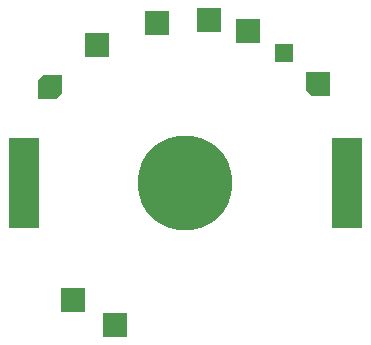
<source format=gbr>
%TF.GenerationSoftware,KiCad,Pcbnew,9.0.2*%
%TF.CreationDate,2025-05-30T03:52:38+02:00*%
%TF.ProjectId,Clock10,436c6f63-6b31-4302-9e6b-696361645f70,rev?*%
%TF.SameCoordinates,Original*%
%TF.FileFunction,Soldermask,Bot*%
%TF.FilePolarity,Negative*%
%FSLAX46Y46*%
G04 Gerber Fmt 4.6, Leading zero omitted, Abs format (unit mm)*
G04 Created by KiCad (PCBNEW 9.0.2) date 2025-05-30 03:52:38*
%MOMM*%
%LPD*%
G01*
G04 APERTURE LIST*
G04 Aperture macros list*
%AMOutline5P*
0 Free polygon, 5 corners , with rotation*
0 The origin of the aperture is its center*
0 number of corners: always 5*
0 $1 to $10 corner X, Y*
0 $11 Rotation angle, in degrees counterclockwise*
0 create outline with 5 corners*
4,1,5,$1,$2,$3,$4,$5,$6,$7,$8,$9,$10,$1,$2,$11*%
%AMOutline6P*
0 Free polygon, 6 corners , with rotation*
0 The origin of the aperture is its center*
0 number of corners: always 6*
0 $1 to $12 corner X, Y*
0 $13 Rotation angle, in degrees counterclockwise*
0 create outline with 6 corners*
4,1,6,$1,$2,$3,$4,$5,$6,$7,$8,$9,$10,$11,$12,$1,$2,$13*%
%AMOutline7P*
0 Free polygon, 7 corners , with rotation*
0 The origin of the aperture is its center*
0 number of corners: always 7*
0 $1 to $14 corner X, Y*
0 $15 Rotation angle, in degrees counterclockwise*
0 create outline with 7 corners*
4,1,7,$1,$2,$3,$4,$5,$6,$7,$8,$9,$10,$11,$12,$13,$14,$1,$2,$15*%
%AMOutline8P*
0 Free polygon, 8 corners , with rotation*
0 The origin of the aperture is its center*
0 number of corners: always 8*
0 $1 to $16 corner X, Y*
0 $17 Rotation angle, in degrees counterclockwise*
0 create outline with 8 corners*
4,1,8,$1,$2,$3,$4,$5,$6,$7,$8,$9,$10,$11,$12,$13,$14,$15,$16,$1,$2,$17*%
G04 Aperture macros list end*
%ADD10Outline5P,-1.000000X1.000000X0.600000X1.000000X1.000000X0.600000X1.000000X-1.000000X-1.000000X-1.000000X180.000000*%
%ADD11Outline6P,-1.000000X0.600000X-0.600000X1.000000X1.000000X1.000000X1.000000X-0.600000X0.600000X-1.000000X-1.000000X-1.000000X180.000000*%
%ADD12C,8.000000*%
%ADD13R,2.600000X7.600000*%
%ADD14R,1.500000X1.500000*%
%ADD15R,2.000000X2.000000*%
G04 APERTURE END LIST*
D10*
%TO.C,S3*%
X111220000Y-91550000D03*
%TD*%
D11*
%TO.C,GS1*%
X88510000Y-91810000D03*
%TD*%
D12*
%TO.C,BT1*%
X100000000Y-100000000D03*
D13*
X86350000Y-100000000D03*
X113650000Y-100000000D03*
%TD*%
D14*
%TO.C,GS3*%
X108370000Y-88970000D03*
%TD*%
D15*
%TO.C,GND1*%
X94020000Y-111980000D03*
%TD*%
%TO.C,Reset1*%
X97630000Y-86420000D03*
%TD*%
%TO.C,GS2*%
X105310000Y-87110000D03*
%TD*%
%TO.C,S2*%
X101990000Y-86120000D03*
%TD*%
%TO.C,S1*%
X92490000Y-88300000D03*
%TD*%
%TO.C,VCC1*%
X90480000Y-109880000D03*
%TD*%
M02*

</source>
